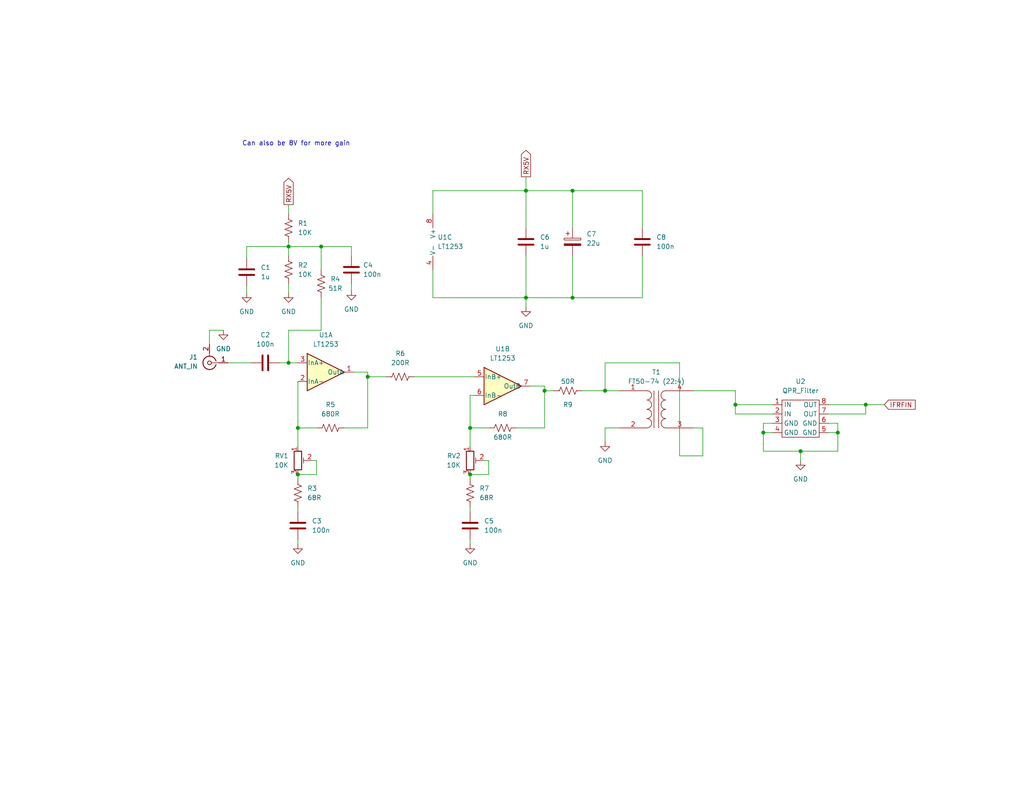
<source format=kicad_sch>
(kicad_sch (version 20211123) (generator eeschema)

  (uuid 0a5c1e21-52a0-4f4a-abac-093582e37cdb)

  (paper "A")

  (title_block
    (title "Phoenix 612: RF AMP")
    (date "2022-08-31")
    (rev "0.1a")
    (company "DATER (Dave Peter)")
  )

  (lib_symbols
    (symbol "Connector:Conn_Coaxial" (pin_names (offset 1.016) hide) (in_bom yes) (on_board yes)
      (property "Reference" "J" (id 0) (at 0.254 3.048 0)
        (effects (font (size 1.27 1.27)))
      )
      (property "Value" "Conn_Coaxial" (id 1) (at 2.921 0 90)
        (effects (font (size 1.27 1.27)))
      )
      (property "Footprint" "" (id 2) (at 0 0 0)
        (effects (font (size 1.27 1.27)) hide)
      )
      (property "Datasheet" " ~" (id 3) (at 0 0 0)
        (effects (font (size 1.27 1.27)) hide)
      )
      (property "ki_keywords" "BNC SMA SMB SMC LEMO coaxial connector CINCH RCA" (id 4) (at 0 0 0)
        (effects (font (size 1.27 1.27)) hide)
      )
      (property "ki_description" "coaxial connector (BNC, SMA, SMB, SMC, Cinch/RCA, LEMO, ...)" (id 5) (at 0 0 0)
        (effects (font (size 1.27 1.27)) hide)
      )
      (property "ki_fp_filters" "*BNC* *SMA* *SMB* *SMC* *Cinch* *LEMO*" (id 6) (at 0 0 0)
        (effects (font (size 1.27 1.27)) hide)
      )
      (symbol "Conn_Coaxial_0_1"
        (arc (start -1.778 -0.508) (mid 0.2311 -1.8066) (end 1.778 0)
          (stroke (width 0.254) (type default) (color 0 0 0 0))
          (fill (type none))
        )
        (polyline
          (pts
            (xy -2.54 0)
            (xy -0.508 0)
          )
          (stroke (width 0) (type default) (color 0 0 0 0))
          (fill (type none))
        )
        (polyline
          (pts
            (xy 0 -2.54)
            (xy 0 -1.778)
          )
          (stroke (width 0) (type default) (color 0 0 0 0))
          (fill (type none))
        )
        (circle (center 0 0) (radius 0.508)
          (stroke (width 0.2032) (type default) (color 0 0 0 0))
          (fill (type none))
        )
        (arc (start 1.778 0) (mid 0.2099 1.8101) (end -1.778 0.508)
          (stroke (width 0.254) (type default) (color 0 0 0 0))
          (fill (type none))
        )
      )
      (symbol "Conn_Coaxial_1_1"
        (pin passive line (at -5.08 0 0) (length 2.54)
          (name "In" (effects (font (size 1.27 1.27))))
          (number "1" (effects (font (size 1.27 1.27))))
        )
        (pin passive line (at 0 -5.08 90) (length 2.54)
          (name "Ext" (effects (font (size 1.27 1.27))))
          (number "2" (effects (font (size 1.27 1.27))))
        )
      )
    )
    (symbol "Custom_RF:LT1253" (pin_names (offset 0.127)) (in_bom yes) (on_board yes)
      (property "Reference" "U" (id 0) (at 2.54 6.35 0)
        (effects (font (size 1.27 1.27)) (justify left))
      )
      (property "Value" "LT1253" (id 1) (at 1.27 -6.35 0)
        (effects (font (size 1.27 1.27)) (justify left))
      )
      (property "Footprint" "" (id 2) (at 0 0 0)
        (effects (font (size 1.27 1.27)) hide)
      )
      (property "Datasheet" "https://www.analog.com/media/en/technical-documentation/data-sheets/lt1253.pdf" (id 3) (at 1.27 -22.86 0)
        (effects (font (size 1.27 1.27)) hide)
      )
      (property "ki_locked" "" (id 4) (at 0 0 0)
        (effects (font (size 1.27 1.27)))
      )
      (property "ki_keywords" "dual opamp" (id 5) (at 0 0 0)
        (effects (font (size 1.27 1.27)) hide)
      )
      (property "ki_description" "Dual Video Operational Amplifiers, DIP-8/SOIC-8" (id 6) (at 0 0 0)
        (effects (font (size 1.27 1.27)) hide)
      )
      (property "ki_fp_filters" "SOIC*3.9x4.9mm*P1.27mm* DIP-8*W7.62mm*" (id 7) (at 0 0 0)
        (effects (font (size 1.27 1.27)) hide)
      )
      (symbol "LT1253_1_1"
        (polyline
          (pts
            (xy -5.08 5.08)
            (xy 5.08 0)
            (xy -5.08 -5.08)
            (xy -5.08 5.08)
          )
          (stroke (width 0.254) (type default) (color 0 0 0 0))
          (fill (type background))
        )
        (pin output line (at 7.62 0 180) (length 2.54)
          (name "OutA" (effects (font (size 1.27 1.27))))
          (number "1" (effects (font (size 1.27 1.27))))
        )
        (pin input line (at -7.62 -2.54 0) (length 2.54)
          (name "InA-" (effects (font (size 1.27 1.27))))
          (number "2" (effects (font (size 1.27 1.27))))
        )
        (pin input line (at -7.62 2.54 0) (length 2.54)
          (name "InA+" (effects (font (size 1.27 1.27))))
          (number "3" (effects (font (size 1.27 1.27))))
        )
      )
      (symbol "LT1253_2_1"
        (polyline
          (pts
            (xy -5.08 5.08)
            (xy 5.08 0)
            (xy -5.08 -5.08)
            (xy -5.08 5.08)
          )
          (stroke (width 0.254) (type default) (color 0 0 0 0))
          (fill (type background))
        )
        (pin input line (at -7.62 2.54 0) (length 2.54)
          (name "InB+" (effects (font (size 1.27 1.27))))
          (number "5" (effects (font (size 1.27 1.27))))
        )
        (pin input line (at -7.62 -2.54 0) (length 2.54)
          (name "InB-" (effects (font (size 1.27 1.27))))
          (number "6" (effects (font (size 1.27 1.27))))
        )
        (pin output line (at 7.62 0 180) (length 2.54)
          (name "OutB" (effects (font (size 1.27 1.27))))
          (number "7" (effects (font (size 1.27 1.27))))
        )
      )
      (symbol "LT1253_3_1"
        (pin power_in line (at -2.54 -7.62 90) (length 3.81)
          (name "V-" (effects (font (size 1.27 1.27))))
          (number "4" (effects (font (size 1.27 1.27))))
        )
        (pin power_in line (at -2.54 7.62 270) (length 3.81)
          (name "V+" (effects (font (size 1.27 1.27))))
          (number "8" (effects (font (size 1.27 1.27))))
        )
      )
    )
    (symbol "Custom_RF:QPR_Filter" (in_bom yes) (on_board yes)
      (property "Reference" "U" (id 0) (at 0 7.62 0)
        (effects (font (size 1.27 1.27)))
      )
      (property "Value" "QPR_Filter" (id 1) (at 0 -7.62 0)
        (effects (font (size 1.27 1.27)))
      )
      (property "Footprint" "Custom_RF:QRPLabs_Filter" (id 2) (at 1.27 -11.43 0)
        (effects (font (size 1.27 1.27)) hide)
      )
      (property "Datasheet" "https://www.qrp-labs.com/lpfkit.html" (id 3) (at 2.54 -15.24 0)
        (effects (font (size 1.27 1.27)) hide)
      )
      (symbol "QPR_Filter_0_1"
        (rectangle (start -5.08 5.08) (end 5.08 -5.08)
          (stroke (width 0) (type default) (color 0 0 0 0))
          (fill (type none))
        )
      )
      (symbol "QPR_Filter_1_1"
        (pin bidirectional line (at -7.62 3.81 0) (length 2.54)
          (name "IN" (effects (font (size 1.27 1.27))))
          (number "1" (effects (font (size 1.27 1.27))))
        )
        (pin bidirectional line (at -7.62 1.27 0) (length 2.54)
          (name "IN" (effects (font (size 1.27 1.27))))
          (number "2" (effects (font (size 1.27 1.27))))
        )
        (pin power_in line (at -7.62 -1.27 0) (length 2.54)
          (name "GND" (effects (font (size 1.27 1.27))))
          (number "3" (effects (font (size 1.27 1.27))))
        )
        (pin power_in line (at -7.62 -3.81 0) (length 2.54)
          (name "GND" (effects (font (size 1.27 1.27))))
          (number "4" (effects (font (size 1.27 1.27))))
        )
        (pin power_in line (at 7.62 -3.81 180) (length 2.54)
          (name "GND" (effects (font (size 1.27 1.27))))
          (number "5" (effects (font (size 1.27 1.27))))
        )
        (pin power_in line (at 7.62 -1.27 180) (length 2.54)
          (name "GND" (effects (font (size 1.27 1.27))))
          (number "6" (effects (font (size 1.27 1.27))))
        )
        (pin bidirectional line (at 7.62 1.27 180) (length 2.54)
          (name "OUT" (effects (font (size 1.27 1.27))))
          (number "7" (effects (font (size 1.27 1.27))))
        )
        (pin bidirectional line (at 7.62 3.81 180) (length 2.54)
          (name "OUT" (effects (font (size 1.27 1.27))))
          (number "8" (effects (font (size 1.27 1.27))))
        )
      )
    )
    (symbol "Device:C" (pin_numbers hide) (pin_names (offset 0.254)) (in_bom yes) (on_board yes)
      (property "Reference" "C" (id 0) (at 0.635 2.54 0)
        (effects (font (size 1.27 1.27)) (justify left))
      )
      (property "Value" "C" (id 1) (at 0.635 -2.54 0)
        (effects (font (size 1.27 1.27)) (justify left))
      )
      (property "Footprint" "" (id 2) (at 0.9652 -3.81 0)
        (effects (font (size 1.27 1.27)) hide)
      )
      (property "Datasheet" "~" (id 3) (at 0 0 0)
        (effects (font (size 1.27 1.27)) hide)
      )
      (property "ki_keywords" "cap capacitor" (id 4) (at 0 0 0)
        (effects (font (size 1.27 1.27)) hide)
      )
      (property "ki_description" "Unpolarized capacitor" (id 5) (at 0 0 0)
        (effects (font (size 1.27 1.27)) hide)
      )
      (property "ki_fp_filters" "C_*" (id 6) (at 0 0 0)
        (effects (font (size 1.27 1.27)) hide)
      )
      (symbol "C_0_1"
        (polyline
          (pts
            (xy -2.032 -0.762)
            (xy 2.032 -0.762)
          )
          (stroke (width 0.508) (type default) (color 0 0 0 0))
          (fill (type none))
        )
        (polyline
          (pts
            (xy -2.032 0.762)
            (xy 2.032 0.762)
          )
          (stroke (width 0.508) (type default) (color 0 0 0 0))
          (fill (type none))
        )
      )
      (symbol "C_1_1"
        (pin passive line (at 0 3.81 270) (length 2.794)
          (name "~" (effects (font (size 1.27 1.27))))
          (number "1" (effects (font (size 1.27 1.27))))
        )
        (pin passive line (at 0 -3.81 90) (length 2.794)
          (name "~" (effects (font (size 1.27 1.27))))
          (number "2" (effects (font (size 1.27 1.27))))
        )
      )
    )
    (symbol "Device:C_Polarized" (pin_numbers hide) (pin_names (offset 0.254)) (in_bom yes) (on_board yes)
      (property "Reference" "C" (id 0) (at 0.635 2.54 0)
        (effects (font (size 1.27 1.27)) (justify left))
      )
      (property "Value" "C_Polarized" (id 1) (at 0.635 -2.54 0)
        (effects (font (size 1.27 1.27)) (justify left))
      )
      (property "Footprint" "" (id 2) (at 0.9652 -3.81 0)
        (effects (font (size 1.27 1.27)) hide)
      )
      (property "Datasheet" "~" (id 3) (at 0 0 0)
        (effects (font (size 1.27 1.27)) hide)
      )
      (property "ki_keywords" "cap capacitor" (id 4) (at 0 0 0)
        (effects (font (size 1.27 1.27)) hide)
      )
      (property "ki_description" "Polarized capacitor" (id 5) (at 0 0 0)
        (effects (font (size 1.27 1.27)) hide)
      )
      (property "ki_fp_filters" "CP_*" (id 6) (at 0 0 0)
        (effects (font (size 1.27 1.27)) hide)
      )
      (symbol "C_Polarized_0_1"
        (rectangle (start -2.286 0.508) (end 2.286 1.016)
          (stroke (width 0) (type default) (color 0 0 0 0))
          (fill (type none))
        )
        (polyline
          (pts
            (xy -1.778 2.286)
            (xy -0.762 2.286)
          )
          (stroke (width 0) (type default) (color 0 0 0 0))
          (fill (type none))
        )
        (polyline
          (pts
            (xy -1.27 2.794)
            (xy -1.27 1.778)
          )
          (stroke (width 0) (type default) (color 0 0 0 0))
          (fill (type none))
        )
        (rectangle (start 2.286 -0.508) (end -2.286 -1.016)
          (stroke (width 0) (type default) (color 0 0 0 0))
          (fill (type outline))
        )
      )
      (symbol "C_Polarized_1_1"
        (pin passive line (at 0 3.81 270) (length 2.794)
          (name "~" (effects (font (size 1.27 1.27))))
          (number "1" (effects (font (size 1.27 1.27))))
        )
        (pin passive line (at 0 -3.81 90) (length 2.794)
          (name "~" (effects (font (size 1.27 1.27))))
          (number "2" (effects (font (size 1.27 1.27))))
        )
      )
    )
    (symbol "Device:R_Potentiometer_Trim" (pin_names (offset 1.016) hide) (in_bom yes) (on_board yes)
      (property "Reference" "RV" (id 0) (at -4.445 0 90)
        (effects (font (size 1.27 1.27)))
      )
      (property "Value" "R_Potentiometer_Trim" (id 1) (at -2.54 0 90)
        (effects (font (size 1.27 1.27)))
      )
      (property "Footprint" "" (id 2) (at 0 0 0)
        (effects (font (size 1.27 1.27)) hide)
      )
      (property "Datasheet" "~" (id 3) (at 0 0 0)
        (effects (font (size 1.27 1.27)) hide)
      )
      (property "ki_keywords" "resistor variable trimpot trimmer" (id 4) (at 0 0 0)
        (effects (font (size 1.27 1.27)) hide)
      )
      (property "ki_description" "Trim-potentiometer" (id 5) (at 0 0 0)
        (effects (font (size 1.27 1.27)) hide)
      )
      (property "ki_fp_filters" "Potentiometer*" (id 6) (at 0 0 0)
        (effects (font (size 1.27 1.27)) hide)
      )
      (symbol "R_Potentiometer_Trim_0_1"
        (polyline
          (pts
            (xy 1.524 0.762)
            (xy 1.524 -0.762)
          )
          (stroke (width 0) (type default) (color 0 0 0 0))
          (fill (type none))
        )
        (polyline
          (pts
            (xy 2.54 0)
            (xy 1.524 0)
          )
          (stroke (width 0) (type default) (color 0 0 0 0))
          (fill (type none))
        )
        (rectangle (start 1.016 2.54) (end -1.016 -2.54)
          (stroke (width 0.254) (type default) (color 0 0 0 0))
          (fill (type none))
        )
      )
      (symbol "R_Potentiometer_Trim_1_1"
        (pin passive line (at 0 3.81 270) (length 1.27)
          (name "1" (effects (font (size 1.27 1.27))))
          (number "1" (effects (font (size 1.27 1.27))))
        )
        (pin passive line (at 3.81 0 180) (length 1.27)
          (name "2" (effects (font (size 1.27 1.27))))
          (number "2" (effects (font (size 1.27 1.27))))
        )
        (pin passive line (at 0 -3.81 90) (length 1.27)
          (name "3" (effects (font (size 1.27 1.27))))
          (number "3" (effects (font (size 1.27 1.27))))
        )
      )
    )
    (symbol "Device:R_US" (pin_numbers hide) (pin_names (offset 0)) (in_bom yes) (on_board yes)
      (property "Reference" "R" (id 0) (at 2.54 0 90)
        (effects (font (size 1.27 1.27)))
      )
      (property "Value" "R_US" (id 1) (at -2.54 0 90)
        (effects (font (size 1.27 1.27)))
      )
      (property "Footprint" "" (id 2) (at 1.016 -0.254 90)
        (effects (font (size 1.27 1.27)) hide)
      )
      (property "Datasheet" "~" (id 3) (at 0 0 0)
        (effects (font (size 1.27 1.27)) hide)
      )
      (property "ki_keywords" "R res resistor" (id 4) (at 0 0 0)
        (effects (font (size 1.27 1.27)) hide)
      )
      (property "ki_description" "Resistor, US symbol" (id 5) (at 0 0 0)
        (effects (font (size 1.27 1.27)) hide)
      )
      (property "ki_fp_filters" "R_*" (id 6) (at 0 0 0)
        (effects (font (size 1.27 1.27)) hide)
      )
      (symbol "R_US_0_1"
        (polyline
          (pts
            (xy 0 -2.286)
            (xy 0 -2.54)
          )
          (stroke (width 0) (type default) (color 0 0 0 0))
          (fill (type none))
        )
        (polyline
          (pts
            (xy 0 2.286)
            (xy 0 2.54)
          )
          (stroke (width 0) (type default) (color 0 0 0 0))
          (fill (type none))
        )
        (polyline
          (pts
            (xy 0 -0.762)
            (xy 1.016 -1.143)
            (xy 0 -1.524)
            (xy -1.016 -1.905)
            (xy 0 -2.286)
          )
          (stroke (width 0) (type default) (color 0 0 0 0))
          (fill (type none))
        )
        (polyline
          (pts
            (xy 0 0.762)
            (xy 1.016 0.381)
            (xy 0 0)
            (xy -1.016 -0.381)
            (xy 0 -0.762)
          )
          (stroke (width 0) (type default) (color 0 0 0 0))
          (fill (type none))
        )
        (polyline
          (pts
            (xy 0 2.286)
            (xy 1.016 1.905)
            (xy 0 1.524)
            (xy -1.016 1.143)
            (xy 0 0.762)
          )
          (stroke (width 0) (type default) (color 0 0 0 0))
          (fill (type none))
        )
      )
      (symbol "R_US_1_1"
        (pin passive line (at 0 3.81 270) (length 1.27)
          (name "~" (effects (font (size 1.27 1.27))))
          (number "1" (effects (font (size 1.27 1.27))))
        )
        (pin passive line (at 0 -3.81 90) (length 1.27)
          (name "~" (effects (font (size 1.27 1.27))))
          (number "2" (effects (font (size 1.27 1.27))))
        )
      )
    )
    (symbol "Device:Transformer_1P_1S" (pin_names (offset 1.016) hide) (in_bom yes) (on_board yes)
      (property "Reference" "T" (id 0) (at 0 6.35 0)
        (effects (font (size 1.27 1.27)))
      )
      (property "Value" "Transformer_1P_1S" (id 1) (at 0 -7.62 0)
        (effects (font (size 1.27 1.27)))
      )
      (property "Footprint" "" (id 2) (at 0 0 0)
        (effects (font (size 1.27 1.27)) hide)
      )
      (property "Datasheet" "~" (id 3) (at 0 0 0)
        (effects (font (size 1.27 1.27)) hide)
      )
      (property "ki_keywords" "transformer coil magnet" (id 4) (at 0 0 0)
        (effects (font (size 1.27 1.27)) hide)
      )
      (property "ki_description" "Transformer, single primary, single secondary" (id 5) (at 0 0 0)
        (effects (font (size 1.27 1.27)) hide)
      )
      (symbol "Transformer_1P_1S_0_1"
        (arc (start -2.54 -5.0546) (mid -1.6599 -4.6901) (end -1.27 -3.81)
          (stroke (width 0) (type default) (color 0 0 0 0))
          (fill (type none))
        )
        (arc (start -2.54 -2.5146) (mid -1.6599 -2.1501) (end -1.27 -1.27)
          (stroke (width 0) (type default) (color 0 0 0 0))
          (fill (type none))
        )
        (arc (start -2.54 0.0254) (mid -1.6599 0.3899) (end -1.27 1.27)
          (stroke (width 0) (type default) (color 0 0 0 0))
          (fill (type none))
        )
        (arc (start -2.54 2.5654) (mid -1.6599 2.9299) (end -1.27 3.81)
          (stroke (width 0) (type default) (color 0 0 0 0))
          (fill (type none))
        )
        (arc (start -1.27 -3.81) (mid -1.642 -2.912) (end -2.54 -2.54)
          (stroke (width 0) (type default) (color 0 0 0 0))
          (fill (type none))
        )
        (arc (start -1.27 -1.27) (mid -1.642 -0.372) (end -2.54 0)
          (stroke (width 0) (type default) (color 0 0 0 0))
          (fill (type none))
        )
        (arc (start -1.27 1.27) (mid -1.642 2.168) (end -2.54 2.54)
          (stroke (width 0) (type default) (color 0 0 0 0))
          (fill (type none))
        )
        (arc (start -1.27 3.81) (mid -1.642 4.708) (end -2.54 5.08)
          (stroke (width 0) (type default) (color 0 0 0 0))
          (fill (type none))
        )
        (polyline
          (pts
            (xy -0.635 5.08)
            (xy -0.635 -5.08)
          )
          (stroke (width 0) (type default) (color 0 0 0 0))
          (fill (type none))
        )
        (polyline
          (pts
            (xy 0.635 -5.08)
            (xy 0.635 5.08)
          )
          (stroke (width 0) (type default) (color 0 0 0 0))
          (fill (type none))
        )
        (arc (start 1.2954 -1.27) (mid 1.6599 -2.1501) (end 2.54 -2.5146)
          (stroke (width 0) (type default) (color 0 0 0 0))
          (fill (type none))
        )
        (arc (start 1.2954 1.27) (mid 1.6599 0.3899) (end 2.54 0.0254)
          (stroke (width 0) (type default) (color 0 0 0 0))
          (fill (type none))
        )
        (arc (start 1.2954 3.81) (mid 1.6599 2.9299) (end 2.54 2.5654)
          (stroke (width 0) (type default) (color 0 0 0 0))
          (fill (type none))
        )
        (arc (start 1.3208 -3.81) (mid 1.6853 -4.6901) (end 2.5654 -5.0546)
          (stroke (width 0) (type default) (color 0 0 0 0))
          (fill (type none))
        )
        (arc (start 2.54 0) (mid 1.642 -0.372) (end 1.2954 -1.27)
          (stroke (width 0) (type default) (color 0 0 0 0))
          (fill (type none))
        )
        (arc (start 2.54 2.54) (mid 1.642 2.168) (end 1.2954 1.27)
          (stroke (width 0) (type default) (color 0 0 0 0))
          (fill (type none))
        )
        (arc (start 2.54 5.08) (mid 1.642 4.708) (end 1.2954 3.81)
          (stroke (width 0) (type default) (color 0 0 0 0))
          (fill (type none))
        )
        (arc (start 2.5654 -2.54) (mid 1.6674 -2.912) (end 1.3208 -3.81)
          (stroke (width 0) (type default) (color 0 0 0 0))
          (fill (type none))
        )
      )
      (symbol "Transformer_1P_1S_1_1"
        (pin passive line (at -10.16 5.08 0) (length 7.62)
          (name "AA" (effects (font (size 1.27 1.27))))
          (number "1" (effects (font (size 1.27 1.27))))
        )
        (pin passive line (at -10.16 -5.08 0) (length 7.62)
          (name "AB" (effects (font (size 1.27 1.27))))
          (number "2" (effects (font (size 1.27 1.27))))
        )
        (pin passive line (at 10.16 -5.08 180) (length 7.62)
          (name "SA" (effects (font (size 1.27 1.27))))
          (number "3" (effects (font (size 1.27 1.27))))
        )
        (pin passive line (at 10.16 5.08 180) (length 7.62)
          (name "SB" (effects (font (size 1.27 1.27))))
          (number "4" (effects (font (size 1.27 1.27))))
        )
      )
    )
    (symbol "power:GND" (power) (pin_names (offset 0)) (in_bom yes) (on_board yes)
      (property "Reference" "#PWR" (id 0) (at 0 -6.35 0)
        (effects (font (size 1.27 1.27)) hide)
      )
      (property "Value" "GND" (id 1) (at 0 -3.81 0)
        (effects (font (size 1.27 1.27)))
      )
      (property "Footprint" "" (id 2) (at 0 0 0)
        (effects (font (size 1.27 1.27)) hide)
      )
      (property "Datasheet" "" (id 3) (at 0 0 0)
        (effects (font (size 1.27 1.27)) hide)
      )
      (property "ki_keywords" "power-flag" (id 4) (at 0 0 0)
        (effects (font (size 1.27 1.27)) hide)
      )
      (property "ki_description" "Power symbol creates a global label with name \"GND\" , ground" (id 5) (at 0 0 0)
        (effects (font (size 1.27 1.27)) hide)
      )
      (symbol "GND_0_1"
        (polyline
          (pts
            (xy 0 0)
            (xy 0 -1.27)
            (xy 1.27 -1.27)
            (xy 0 -2.54)
            (xy -1.27 -1.27)
            (xy 0 -1.27)
          )
          (stroke (width 0) (type default) (color 0 0 0 0))
          (fill (type none))
        )
      )
      (symbol "GND_1_1"
        (pin power_in line (at 0 0 270) (length 0) hide
          (name "GND" (effects (font (size 1.27 1.27))))
          (number "1" (effects (font (size 1.27 1.27))))
        )
      )
    )
  )

  (junction (at 143.51 81.28) (diameter 0) (color 0 0 0 0)
    (uuid 18afe32b-c70c-4541-907d-f7fc5e7fce3e)
  )
  (junction (at 156.21 81.28) (diameter 0) (color 0 0 0 0)
    (uuid 1ccfedb1-0d93-4b83-9627-464c4079ba57)
  )
  (junction (at 78.74 99.06) (diameter 0) (color 0 0 0 0)
    (uuid 21ff2865-667a-4761-8340-3d58b8c1a5fa)
  )
  (junction (at 218.44 123.19) (diameter 0) (color 0 0 0 0)
    (uuid 243899a5-2ce5-4801-8c2b-93dbd7f7abb9)
  )
  (junction (at 200.66 110.49) (diameter 0) (color 0 0 0 0)
    (uuid 35ad55e4-23a9-4f3b-bb48-ca84d2aee868)
  )
  (junction (at 128.27 116.84) (diameter 0) (color 0 0 0 0)
    (uuid 4c07407b-df23-4403-a485-85cc9a10894d)
  )
  (junction (at 81.28 116.84) (diameter 0) (color 0 0 0 0)
    (uuid 560c2f25-4685-4549-99ab-1cc43d396052)
  )
  (junction (at 156.21 52.07) (diameter 0) (color 0 0 0 0)
    (uuid 60aee95e-f364-4945-8f1b-cbbd3762340f)
  )
  (junction (at 143.51 52.07) (diameter 0) (color 0 0 0 0)
    (uuid 65d0bbd4-b7f4-469f-9d21-e9988060ef5e)
  )
  (junction (at 81.28 129.54) (diameter 0) (color 0 0 0 0)
    (uuid 71278c4d-a565-4126-b092-a8ed70a603bf)
  )
  (junction (at 78.74 67.31) (diameter 0) (color 0 0 0 0)
    (uuid 7a10e63f-cec2-4a19-8605-ffc0272fd978)
  )
  (junction (at 87.63 67.31) (diameter 0) (color 0 0 0 0)
    (uuid 856eca71-a84c-4d8c-86b0-49ceac299e8b)
  )
  (junction (at 128.27 129.54) (diameter 0) (color 0 0 0 0)
    (uuid 9e0b42fb-2274-476a-82d6-3dcf1b4ac217)
  )
  (junction (at 208.28 118.11) (diameter 0) (color 0 0 0 0)
    (uuid a47dfe98-f16d-4804-a93f-fe06f8b27784)
  )
  (junction (at 148.59 106.68) (diameter 0) (color 0 0 0 0)
    (uuid b163fc22-c873-468c-aecf-56c002677d81)
  )
  (junction (at 165.1 106.68) (diameter 0) (color 0 0 0 0)
    (uuid b8c33a93-afde-44a0-8f87-b0623c64377e)
  )
  (junction (at 100.33 102.87) (diameter 0) (color 0 0 0 0)
    (uuid c4768c31-40ce-4b52-b079-8d0f831cd6d4)
  )
  (junction (at 228.6 118.11) (diameter 0) (color 0 0 0 0)
    (uuid e7ab9564-3738-4784-826f-eb829231b8f6)
  )
  (junction (at 236.22 110.49) (diameter 0) (color 0 0 0 0)
    (uuid e971e930-5ee4-40c4-bee2-956f654e2bbb)
  )

  (wire (pts (xy 200.66 113.03) (xy 210.82 113.03))
    (stroke (width 0) (type default) (color 0 0 0 0))
    (uuid 00b43f5a-e0e1-42b9-9f09-dfada80c8ecd)
  )
  (wire (pts (xy 185.42 99.06) (xy 185.42 124.46))
    (stroke (width 0) (type default) (color 0 0 0 0))
    (uuid 00bbaeec-e7a7-439f-9e2a-f1a8ed45039b)
  )
  (wire (pts (xy 118.11 81.28) (xy 143.51 81.28))
    (stroke (width 0) (type default) (color 0 0 0 0))
    (uuid 02f071ea-7052-4086-b552-6e42f0b86c46)
  )
  (wire (pts (xy 128.27 116.84) (xy 128.27 121.92))
    (stroke (width 0) (type default) (color 0 0 0 0))
    (uuid 03820ac2-f068-4278-ba73-56fb92aa951f)
  )
  (wire (pts (xy 226.06 113.03) (xy 236.22 113.03))
    (stroke (width 0) (type default) (color 0 0 0 0))
    (uuid 0fff52eb-a088-4682-9faa-f8abf3e20312)
  )
  (wire (pts (xy 95.885 67.31) (xy 95.885 69.85))
    (stroke (width 0) (type default) (color 0 0 0 0))
    (uuid 1acc99a3-ce53-4d50-b92f-0d8260750734)
  )
  (wire (pts (xy 60.96 90.17) (xy 57.15 90.17))
    (stroke (width 0) (type default) (color 0 0 0 0))
    (uuid 21b5ca7d-b110-45fe-888d-c8768cf544fa)
  )
  (wire (pts (xy 156.21 69.85) (xy 156.21 81.28))
    (stroke (width 0) (type default) (color 0 0 0 0))
    (uuid 2383ecd6-c9f4-482a-8e3f-3afa77be4ef1)
  )
  (wire (pts (xy 57.15 90.17) (xy 57.15 93.98))
    (stroke (width 0) (type default) (color 0 0 0 0))
    (uuid 25cade00-bf94-4b51-ba0a-30524f8a03ea)
  )
  (wire (pts (xy 128.27 138.43) (xy 128.27 139.7))
    (stroke (width 0) (type default) (color 0 0 0 0))
    (uuid 26a2bae5-09a4-46f7-8236-8b46c70ea9d6)
  )
  (wire (pts (xy 129.54 107.95) (xy 128.27 107.95))
    (stroke (width 0) (type default) (color 0 0 0 0))
    (uuid 28228707-7779-4375-931b-9a1b08506b66)
  )
  (wire (pts (xy 78.74 77.47) (xy 78.74 80.01))
    (stroke (width 0) (type default) (color 0 0 0 0))
    (uuid 3269ffe9-1fde-4b69-8725-3b5b42262dd8)
  )
  (wire (pts (xy 93.98 116.84) (xy 100.33 116.84))
    (stroke (width 0) (type default) (color 0 0 0 0))
    (uuid 32d0d537-72ac-4c30-bd28-70eac661a849)
  )
  (wire (pts (xy 168.91 116.84) (xy 165.1 116.84))
    (stroke (width 0) (type default) (color 0 0 0 0))
    (uuid 33226b39-4002-4a10-8242-3a758e490479)
  )
  (wire (pts (xy 236.22 110.49) (xy 236.22 113.03))
    (stroke (width 0) (type default) (color 0 0 0 0))
    (uuid 36a18351-b80b-4c7b-b683-2f63cc6d553b)
  )
  (wire (pts (xy 96.52 101.6) (xy 100.33 101.6))
    (stroke (width 0) (type default) (color 0 0 0 0))
    (uuid 39c1a3b4-3e90-4142-b4df-4e59d2bb6372)
  )
  (wire (pts (xy 78.74 99.06) (xy 81.28 99.06))
    (stroke (width 0) (type default) (color 0 0 0 0))
    (uuid 3ae9f7fb-5c3b-444e-bb17-c664f27172d8)
  )
  (wire (pts (xy 156.21 81.28) (xy 175.26 81.28))
    (stroke (width 0) (type default) (color 0 0 0 0))
    (uuid 3bdc916d-e28f-4284-b930-78e2f5296614)
  )
  (wire (pts (xy 143.51 48.26) (xy 143.51 52.07))
    (stroke (width 0) (type default) (color 0 0 0 0))
    (uuid 445fd18d-4bcd-44c1-a5ac-84e655a3f06a)
  )
  (wire (pts (xy 95.885 79.375) (xy 95.885 77.47))
    (stroke (width 0) (type default) (color 0 0 0 0))
    (uuid 45df48eb-4166-46e5-9881-5414bf78b9c9)
  )
  (wire (pts (xy 86.36 125.73) (xy 86.36 129.54))
    (stroke (width 0) (type default) (color 0 0 0 0))
    (uuid 4a6c63e3-cafb-4ac1-8c2e-3b6ac5335ece)
  )
  (wire (pts (xy 78.74 66.04) (xy 78.74 67.31))
    (stroke (width 0) (type default) (color 0 0 0 0))
    (uuid 4c7dfa6c-b92a-4959-964b-334d57fda7eb)
  )
  (wire (pts (xy 143.51 52.07) (xy 156.21 52.07))
    (stroke (width 0) (type default) (color 0 0 0 0))
    (uuid 4d40c589-2d4f-41e5-b005-c2d56f6a3012)
  )
  (wire (pts (xy 165.1 99.06) (xy 185.42 99.06))
    (stroke (width 0) (type default) (color 0 0 0 0))
    (uuid 5191f6fe-04a9-4108-a54b-93ba07282251)
  )
  (wire (pts (xy 191.77 124.46) (xy 191.77 116.84))
    (stroke (width 0) (type default) (color 0 0 0 0))
    (uuid 51e46193-afe4-4956-8c80-22b7f2a1aa52)
  )
  (wire (pts (xy 226.06 118.11) (xy 228.6 118.11))
    (stroke (width 0) (type default) (color 0 0 0 0))
    (uuid 53693f20-2c25-43b1-aa13-9886900533f0)
  )
  (wire (pts (xy 226.06 115.57) (xy 228.6 115.57))
    (stroke (width 0) (type default) (color 0 0 0 0))
    (uuid 53e996fe-cea9-4940-b7f5-e11240cebe12)
  )
  (wire (pts (xy 81.28 138.43) (xy 81.28 139.7))
    (stroke (width 0) (type default) (color 0 0 0 0))
    (uuid 5501abb3-a6f7-4771-b9fe-aa48f0956577)
  )
  (wire (pts (xy 200.66 113.03) (xy 200.66 110.49))
    (stroke (width 0) (type default) (color 0 0 0 0))
    (uuid 55fc372b-6afb-4534-a19a-47777f731354)
  )
  (wire (pts (xy 87.63 90.17) (xy 78.74 90.17))
    (stroke (width 0) (type default) (color 0 0 0 0))
    (uuid 59c01ad2-8587-4b14-b667-c6a31da3e5d6)
  )
  (wire (pts (xy 78.74 67.31) (xy 87.63 67.31))
    (stroke (width 0) (type default) (color 0 0 0 0))
    (uuid 5c06b04d-cc05-4be2-9765-5c225f853726)
  )
  (wire (pts (xy 128.27 147.32) (xy 128.27 148.59))
    (stroke (width 0) (type default) (color 0 0 0 0))
    (uuid 5ccc0d67-31a3-43c6-a3c7-a305b6aaa258)
  )
  (wire (pts (xy 143.51 69.85) (xy 143.51 81.28))
    (stroke (width 0) (type default) (color 0 0 0 0))
    (uuid 64bb1fdc-71fb-4ec7-b69e-a155d2fb7856)
  )
  (wire (pts (xy 78.74 55.88) (xy 78.74 58.42))
    (stroke (width 0) (type default) (color 0 0 0 0))
    (uuid 6557d1b7-e1ce-4363-8b5b-298ff453c111)
  )
  (wire (pts (xy 191.77 116.84) (xy 189.23 116.84))
    (stroke (width 0) (type default) (color 0 0 0 0))
    (uuid 65861b0d-bd9b-4b6f-b4fa-91e803a9fe13)
  )
  (wire (pts (xy 143.51 81.28) (xy 156.21 81.28))
    (stroke (width 0) (type default) (color 0 0 0 0))
    (uuid 687cac91-7c4c-4ed2-a683-74547e598c76)
  )
  (wire (pts (xy 228.6 115.57) (xy 228.6 118.11))
    (stroke (width 0) (type default) (color 0 0 0 0))
    (uuid 75221534-fda2-459b-a978-5bf0cb8c4ae9)
  )
  (wire (pts (xy 175.26 52.07) (xy 175.26 62.23))
    (stroke (width 0) (type default) (color 0 0 0 0))
    (uuid 76d78a88-edc2-43b0-9cf1-844c8fa59e91)
  )
  (wire (pts (xy 148.59 106.68) (xy 151.13 106.68))
    (stroke (width 0) (type default) (color 0 0 0 0))
    (uuid 76e2228a-f8b9-4461-b9e5-881e8baa12ef)
  )
  (wire (pts (xy 144.78 105.41) (xy 148.59 105.41))
    (stroke (width 0) (type default) (color 0 0 0 0))
    (uuid 78ac3575-c855-4a26-989b-2f07f72d7928)
  )
  (wire (pts (xy 143.51 81.28) (xy 143.51 83.82))
    (stroke (width 0) (type default) (color 0 0 0 0))
    (uuid 79162691-e08a-4f3b-afdf-9733510d72a5)
  )
  (wire (pts (xy 87.63 81.28) (xy 87.63 90.17))
    (stroke (width 0) (type default) (color 0 0 0 0))
    (uuid 7939b516-628a-4914-a21a-f65c2473ba71)
  )
  (wire (pts (xy 100.33 102.87) (xy 100.33 116.84))
    (stroke (width 0) (type default) (color 0 0 0 0))
    (uuid 7e264a4d-0e74-4c4b-a9ad-3fd3b82d3429)
  )
  (wire (pts (xy 143.51 52.07) (xy 118.11 52.07))
    (stroke (width 0) (type default) (color 0 0 0 0))
    (uuid 832299f6-17a8-4be5-acf9-3d5b8773d42c)
  )
  (wire (pts (xy 118.11 73.66) (xy 118.11 81.28))
    (stroke (width 0) (type default) (color 0 0 0 0))
    (uuid 8358291d-93b3-47e2-8ef2-00400c19fbe3)
  )
  (wire (pts (xy 218.44 123.19) (xy 228.6 123.19))
    (stroke (width 0) (type default) (color 0 0 0 0))
    (uuid 84d98914-61e7-4ae2-b7de-d9dd7dd81c26)
  )
  (wire (pts (xy 95.885 67.31) (xy 87.63 67.31))
    (stroke (width 0) (type default) (color 0 0 0 0))
    (uuid 8c1c5245-bc97-4612-ac24-301e5502e157)
  )
  (wire (pts (xy 208.28 118.11) (xy 210.82 118.11))
    (stroke (width 0) (type default) (color 0 0 0 0))
    (uuid 8ea9c49d-190e-48ef-81bb-8a0fcc989d7c)
  )
  (wire (pts (xy 132.08 125.73) (xy 133.35 125.73))
    (stroke (width 0) (type default) (color 0 0 0 0))
    (uuid 902ffb7c-5fac-44d5-864a-04b02d708cca)
  )
  (wire (pts (xy 208.28 115.57) (xy 208.28 118.11))
    (stroke (width 0) (type default) (color 0 0 0 0))
    (uuid 933b10e5-5216-4f72-9145-b79178956cab)
  )
  (wire (pts (xy 78.74 67.31) (xy 78.74 69.85))
    (stroke (width 0) (type default) (color 0 0 0 0))
    (uuid 93e4a407-4e7a-4185-ab92-6c007f80d59a)
  )
  (wire (pts (xy 165.1 116.84) (xy 165.1 120.65))
    (stroke (width 0) (type default) (color 0 0 0 0))
    (uuid 942f5f4e-924c-447d-bd52-3d7ae68fc198)
  )
  (wire (pts (xy 128.27 129.54) (xy 133.35 129.54))
    (stroke (width 0) (type default) (color 0 0 0 0))
    (uuid 954ee3bf-00c9-4f56-80d9-8cd63abf218f)
  )
  (wire (pts (xy 85.09 125.73) (xy 86.36 125.73))
    (stroke (width 0) (type default) (color 0 0 0 0))
    (uuid 95879c0d-4aee-4819-8f3c-67252e48087f)
  )
  (wire (pts (xy 140.97 116.84) (xy 148.59 116.84))
    (stroke (width 0) (type default) (color 0 0 0 0))
    (uuid 9629ad3a-e56a-47bf-bf96-13d53bb2f650)
  )
  (wire (pts (xy 78.74 67.31) (xy 67.31 67.31))
    (stroke (width 0) (type default) (color 0 0 0 0))
    (uuid 9c9defa3-3956-4190-9668-080adf07c86f)
  )
  (wire (pts (xy 175.26 81.28) (xy 175.26 69.85))
    (stroke (width 0) (type default) (color 0 0 0 0))
    (uuid a12cc610-279a-453d-9e2d-05ce38289182)
  )
  (wire (pts (xy 100.33 102.87) (xy 105.41 102.87))
    (stroke (width 0) (type default) (color 0 0 0 0))
    (uuid a1b03fc1-d969-43cf-9a27-48b49c187c90)
  )
  (wire (pts (xy 165.1 106.68) (xy 165.1 99.06))
    (stroke (width 0) (type default) (color 0 0 0 0))
    (uuid a6d3dc23-51a5-417f-9c3a-669665ca5555)
  )
  (wire (pts (xy 148.59 106.68) (xy 148.59 116.84))
    (stroke (width 0) (type default) (color 0 0 0 0))
    (uuid a87dad9b-e437-4294-ad75-84146ce1cfd8)
  )
  (wire (pts (xy 143.51 52.07) (xy 143.51 62.23))
    (stroke (width 0) (type default) (color 0 0 0 0))
    (uuid ab03db0f-8c9a-4cb5-b239-fd078b4231a0)
  )
  (wire (pts (xy 81.28 147.32) (xy 81.28 148.59))
    (stroke (width 0) (type default) (color 0 0 0 0))
    (uuid ac61e836-d17c-43b2-b9a9-5e28eed83251)
  )
  (wire (pts (xy 208.28 118.11) (xy 208.28 123.19))
    (stroke (width 0) (type default) (color 0 0 0 0))
    (uuid aefa15eb-243d-4fa6-9701-612bdec7dd52)
  )
  (wire (pts (xy 165.1 106.68) (xy 168.91 106.68))
    (stroke (width 0) (type default) (color 0 0 0 0))
    (uuid b62b889d-892d-4912-a730-096167178861)
  )
  (wire (pts (xy 185.42 124.46) (xy 191.77 124.46))
    (stroke (width 0) (type default) (color 0 0 0 0))
    (uuid b64a7078-0e29-406c-a415-2ad868785e7f)
  )
  (wire (pts (xy 62.23 99.06) (xy 68.58 99.06))
    (stroke (width 0) (type default) (color 0 0 0 0))
    (uuid ba75cf2b-db00-4e74-9feb-4dd1bfd08a11)
  )
  (wire (pts (xy 128.27 116.84) (xy 133.35 116.84))
    (stroke (width 0) (type default) (color 0 0 0 0))
    (uuid c17317d4-d30b-4d9f-94ea-3b0a98ec7e14)
  )
  (wire (pts (xy 81.28 129.54) (xy 86.36 129.54))
    (stroke (width 0) (type default) (color 0 0 0 0))
    (uuid c3451a55-a569-40e6-9b60-e1e9407aeeb6)
  )
  (wire (pts (xy 81.28 104.14) (xy 81.28 116.84))
    (stroke (width 0) (type default) (color 0 0 0 0))
    (uuid c4086013-621c-46a0-9aed-071e53db077f)
  )
  (wire (pts (xy 156.21 52.07) (xy 156.21 62.23))
    (stroke (width 0) (type default) (color 0 0 0 0))
    (uuid c7e4b4bf-b69f-41cc-adb5-721e3fd6be95)
  )
  (wire (pts (xy 128.27 129.54) (xy 128.27 130.81))
    (stroke (width 0) (type default) (color 0 0 0 0))
    (uuid cb8070e1-919f-4e4d-bd67-0e978a27d055)
  )
  (wire (pts (xy 81.28 116.84) (xy 81.28 121.92))
    (stroke (width 0) (type default) (color 0 0 0 0))
    (uuid ccf97c6e-6877-4025-9d01-0dc313c5f334)
  )
  (wire (pts (xy 100.33 101.6) (xy 100.33 102.87))
    (stroke (width 0) (type default) (color 0 0 0 0))
    (uuid d6092c84-5b75-405b-b765-fa262e924699)
  )
  (wire (pts (xy 76.2 99.06) (xy 78.74 99.06))
    (stroke (width 0) (type default) (color 0 0 0 0))
    (uuid d822f3f8-daaf-45e6-9efa-8e3c7b2f2812)
  )
  (wire (pts (xy 148.59 105.41) (xy 148.59 106.68))
    (stroke (width 0) (type default) (color 0 0 0 0))
    (uuid dcc45124-a074-4c92-97a5-d33b901a688a)
  )
  (wire (pts (xy 218.44 123.19) (xy 218.44 125.73))
    (stroke (width 0) (type default) (color 0 0 0 0))
    (uuid de4c7780-4ca6-40a2-96f8-0d68d8a1078c)
  )
  (wire (pts (xy 81.28 129.54) (xy 81.28 130.81))
    (stroke (width 0) (type default) (color 0 0 0 0))
    (uuid dfa77c5b-c567-44f5-88c3-11243d0ca5da)
  )
  (wire (pts (xy 210.82 115.57) (xy 208.28 115.57))
    (stroke (width 0) (type default) (color 0 0 0 0))
    (uuid e17852bb-564f-4051-9c6f-343ea4e4d825)
  )
  (wire (pts (xy 128.27 107.95) (xy 128.27 116.84))
    (stroke (width 0) (type default) (color 0 0 0 0))
    (uuid e340b08f-3b47-4354-98cc-ff695338319e)
  )
  (wire (pts (xy 67.31 67.31) (xy 67.31 70.485))
    (stroke (width 0) (type default) (color 0 0 0 0))
    (uuid e36b1fe4-3a48-4505-95a3-82252aa09b44)
  )
  (wire (pts (xy 189.23 106.68) (xy 200.66 106.68))
    (stroke (width 0) (type default) (color 0 0 0 0))
    (uuid e545cad2-2c99-457c-96fe-259f8b24507a)
  )
  (wire (pts (xy 113.03 102.87) (xy 129.54 102.87))
    (stroke (width 0) (type default) (color 0 0 0 0))
    (uuid e557055e-eaab-4537-ac36-086242596e58)
  )
  (wire (pts (xy 200.66 106.68) (xy 200.66 110.49))
    (stroke (width 0) (type default) (color 0 0 0 0))
    (uuid e6da70a4-52ed-4e7a-895b-ca4083821785)
  )
  (wire (pts (xy 208.28 123.19) (xy 218.44 123.19))
    (stroke (width 0) (type default) (color 0 0 0 0))
    (uuid e838def5-29a7-4de4-8a4b-ca913079ca45)
  )
  (wire (pts (xy 67.31 80.01) (xy 67.31 78.105))
    (stroke (width 0) (type default) (color 0 0 0 0))
    (uuid e8456c10-a8fb-422a-b97e-05c0b3457338)
  )
  (wire (pts (xy 87.63 67.31) (xy 87.63 73.66))
    (stroke (width 0) (type default) (color 0 0 0 0))
    (uuid e9f0ca1b-623e-453a-9d92-c0bd63c255b1)
  )
  (wire (pts (xy 226.06 110.49) (xy 236.22 110.49))
    (stroke (width 0) (type default) (color 0 0 0 0))
    (uuid eaa816ea-74c0-4324-bad9-03a1fa90550e)
  )
  (wire (pts (xy 78.74 90.17) (xy 78.74 99.06))
    (stroke (width 0) (type default) (color 0 0 0 0))
    (uuid ead9bc27-589f-4e36-b66d-518f2eb45721)
  )
  (wire (pts (xy 133.35 125.73) (xy 133.35 129.54))
    (stroke (width 0) (type default) (color 0 0 0 0))
    (uuid eb325dc0-bca8-4660-b412-69725293cf10)
  )
  (wire (pts (xy 200.66 110.49) (xy 210.82 110.49))
    (stroke (width 0) (type default) (color 0 0 0 0))
    (uuid ee0042f3-0448-426f-ac1f-f037b1c64587)
  )
  (wire (pts (xy 228.6 123.19) (xy 228.6 118.11))
    (stroke (width 0) (type default) (color 0 0 0 0))
    (uuid f4dcb9a9-0d1b-44cc-9bbb-e983536acbeb)
  )
  (wire (pts (xy 158.75 106.68) (xy 165.1 106.68))
    (stroke (width 0) (type default) (color 0 0 0 0))
    (uuid f817f9cc-ee78-4a37-964a-09cfcd82217d)
  )
  (wire (pts (xy 118.11 52.07) (xy 118.11 58.42))
    (stroke (width 0) (type default) (color 0 0 0 0))
    (uuid fc01ce02-8228-492f-a6c9-17041ecdbd19)
  )
  (wire (pts (xy 81.28 116.84) (xy 86.36 116.84))
    (stroke (width 0) (type default) (color 0 0 0 0))
    (uuid fc96819b-31bf-43db-a0b4-f3ed567592c9)
  )
  (wire (pts (xy 156.21 52.07) (xy 175.26 52.07))
    (stroke (width 0) (type default) (color 0 0 0 0))
    (uuid fd786e31-db08-4524-9995-d621532ccd8f)
  )
  (wire (pts (xy 236.22 110.49) (xy 241.3 110.49))
    (stroke (width 0) (type default) (color 0 0 0 0))
    (uuid ff411469-15e4-4100-b1e0-3e262df9f3e3)
  )

  (text "Can also be 8V for more gain" (at 66.04 40.005 0)
    (effects (font (size 1.27 1.27)) (justify left bottom))
    (uuid f97110fc-0b5c-4028-89e0-2c6326a650fe)
  )

  (global_label "IFRFIN" (shape input) (at 241.3 110.49 0) (fields_autoplaced)
    (effects (font (size 1.27 1.27)) (justify left))
    (uuid 330fec79-c6e2-4917-9e3a-4c6c88def2a3)
    (property "Intersheet References" "${INTERSHEET_REFS}" (id 0) (at 249.7002 110.5694 0)
      (effects (font (size 1.27 1.27)) (justify left) hide)
    )
  )
  (global_label "RX5V" (shape output) (at 78.74 55.88 90) (fields_autoplaced)
    (effects (font (size 1.27 1.27)) (justify left))
    (uuid 67a75621-0a7b-4414-a171-3f28244919f8)
    (property "Intersheet References" "${INTERSHEET_REFS}" (id 0) (at 78.6606 48.6893 90)
      (effects (font (size 1.27 1.27)) (justify left) hide)
    )
  )
  (global_label "RX5V" (shape output) (at 143.51 48.26 90) (fields_autoplaced)
    (effects (font (size 1.27 1.27)) (justify left))
    (uuid a2e93df7-4a9c-471a-991a-fdd87f25f187)
    (property "Intersheet References" "${INTERSHEET_REFS}" (id 0) (at 143.4306 41.0693 90)
      (effects (font (size 1.27 1.27)) (justify left) hide)
    )
  )

  (symbol (lib_id "Device:C") (at 95.885 73.66 0) (unit 1)
    (in_bom yes) (on_board yes) (fields_autoplaced)
    (uuid 02e8b3ce-da44-407d-af72-a1027d918e42)
    (property "Reference" "C4" (id 0) (at 99.06 72.3899 0)
      (effects (font (size 1.27 1.27)) (justify left))
    )
    (property "Value" "100n" (id 1) (at 99.06 74.9299 0)
      (effects (font (size 1.27 1.27)) (justify left))
    )
    (property "Footprint" "Capacitor_THT:C_Disc_D3.4mm_W2.1mm_P2.50mm" (id 2) (at 96.8502 77.47 0)
      (effects (font (size 1.27 1.27)) hide)
    )
    (property "Datasheet" "~" (id 3) (at 95.885 73.66 0)
      (effects (font (size 1.27 1.27)) hide)
    )
    (pin "1" (uuid a965998f-5b33-408c-8164-87f8c56b1a09))
    (pin "2" (uuid fbeeec0e-8aef-49b8-a735-667fbf03a5cf))
  )

  (symbol (lib_id "Device:C") (at 143.51 66.04 0) (unit 1)
    (in_bom yes) (on_board yes) (fields_autoplaced)
    (uuid 0c9f0e84-c3db-485c-a06a-351786b5713d)
    (property "Reference" "C6" (id 0) (at 147.32 64.7699 0)
      (effects (font (size 1.27 1.27)) (justify left))
    )
    (property "Value" "1u" (id 1) (at 147.32 67.3099 0)
      (effects (font (size 1.27 1.27)) (justify left))
    )
    (property "Footprint" "Capacitor_THT:C_Disc_D3.4mm_W2.1mm_P2.50mm" (id 2) (at 144.4752 69.85 0)
      (effects (font (size 1.27 1.27)) hide)
    )
    (property "Datasheet" "~" (id 3) (at 143.51 66.04 0)
      (effects (font (size 1.27 1.27)) hide)
    )
    (pin "1" (uuid 941754d4-b387-48c9-8426-44ff70e94387))
    (pin "2" (uuid 97852397-70ce-42a5-a4a3-1807e17d684b))
  )

  (symbol (lib_id "power:GND") (at 165.1 120.65 0) (unit 1)
    (in_bom yes) (on_board yes) (fields_autoplaced)
    (uuid 18c6ec8f-5b31-46b9-a7d5-8e27498a309b)
    (property "Reference" "#PWR08" (id 0) (at 165.1 127 0)
      (effects (font (size 1.27 1.27)) hide)
    )
    (property "Value" "GND" (id 1) (at 165.1 125.73 0))
    (property "Footprint" "" (id 2) (at 165.1 120.65 0)
      (effects (font (size 1.27 1.27)) hide)
    )
    (property "Datasheet" "" (id 3) (at 165.1 120.65 0)
      (effects (font (size 1.27 1.27)) hide)
    )
    (pin "1" (uuid 2bbad116-8191-4250-b868-ba24f7361788))
  )

  (symbol (lib_id "power:GND") (at 218.44 125.73 0) (unit 1)
    (in_bom yes) (on_board yes) (fields_autoplaced)
    (uuid 190318c4-f1f6-47ef-a2e8-6b40fb9e6e41)
    (property "Reference" "#PWR09" (id 0) (at 218.44 132.08 0)
      (effects (font (size 1.27 1.27)) hide)
    )
    (property "Value" "GND" (id 1) (at 218.44 130.81 0))
    (property "Footprint" "" (id 2) (at 218.44 125.73 0)
      (effects (font (size 1.27 1.27)) hide)
    )
    (property "Datasheet" "" (id 3) (at 218.44 125.73 0)
      (effects (font (size 1.27 1.27)) hide)
    )
    (pin "1" (uuid 360ad37c-3664-4222-b4cd-0869b566571c))
  )

  (symbol (lib_id "Device:R_US") (at 87.63 77.47 180) (unit 1)
    (in_bom yes) (on_board yes)
    (uuid 1b6a777c-221a-4332-a2ab-6eaafb66b386)
    (property "Reference" "R4" (id 0) (at 90.17 76.2 0)
      (effects (font (size 1.27 1.27)) (justify right))
    )
    (property "Value" "51R" (id 1) (at 89.535 78.74 0)
      (effects (font (size 1.27 1.27)) (justify right))
    )
    (property "Footprint" "Resistor_THT:R_Axial_DIN0207_L6.3mm_D2.5mm_P10.16mm_Horizontal" (id 2) (at 86.614 77.216 90)
      (effects (font (size 1.27 1.27)) hide)
    )
    (property "Datasheet" "~" (id 3) (at 87.63 77.47 0)
      (effects (font (size 1.27 1.27)) hide)
    )
    (pin "1" (uuid d67cfd11-24aa-447b-9fee-fc82160f0039))
    (pin "2" (uuid 5e247d7a-f9ec-467e-bd5d-ee1872af6cf1))
  )

  (symbol (lib_id "Connector:Conn_Coaxial") (at 57.15 99.06 180) (unit 1)
    (in_bom yes) (on_board yes) (fields_autoplaced)
    (uuid 244fb2f1-af06-4240-899a-fc7117210ba7)
    (property "Reference" "J1" (id 0) (at 53.975 97.4967 0)
      (effects (font (size 1.27 1.27)) (justify left))
    )
    (property "Value" "ANT_IN" (id 1) (at 53.975 100.0367 0)
      (effects (font (size 1.27 1.27)) (justify left))
    )
    (property "Footprint" "Connector_Coaxial:SMA_Amphenol_901-144_Vertical" (id 2) (at 57.15 99.06 0)
      (effects (font (size 1.27 1.27)) hide)
    )
    (property "Datasheet" " ~" (id 3) (at 57.15 99.06 0)
      (effects (font (size 1.27 1.27)) hide)
    )
    (pin "1" (uuid 9f493666-041c-4de0-82a8-c47be2fa0bc0))
    (pin "2" (uuid 1d1419b1-451d-4311-b59c-2c91d0b84b1a))
  )

  (symbol (lib_id "Custom_RF:LT1253") (at 120.65 66.04 0) (unit 3)
    (in_bom yes) (on_board yes) (fields_autoplaced)
    (uuid 2542959a-80fc-4d16-b50a-a233353a55a2)
    (property "Reference" "U1" (id 0) (at 119.38 64.7699 0)
      (effects (font (size 1.27 1.27)) (justify left))
    )
    (property "Value" "LT1253" (id 1) (at 119.38 67.3099 0)
      (effects (font (size 1.27 1.27)) (justify left))
    )
    (property "Footprint" "Package_DIP:DIP-8_W7.62mm" (id 2) (at 120.65 66.04 0)
      (effects (font (size 1.27 1.27)) hide)
    )
    (property "Datasheet" "https://www.analog.com/media/en/technical-documentation/data-sheets/lt1253.pdf" (id 3) (at 121.92 88.9 0)
      (effects (font (size 1.27 1.27)) hide)
    )
    (pin "1" (uuid ff600cfa-2348-4480-86ba-dbf0db1f927c))
    (pin "2" (uuid 808c6dd1-3cfa-4b76-8087-07fb59bf058e))
    (pin "3" (uuid 3e230466-e288-4bdf-9121-ed99788faee5))
    (pin "5" (uuid 2f586d8c-2118-4909-a957-e629c4d8a57a))
    (pin "6" (uuid 6f99f0b9-91e2-4aee-9bfb-bada1d34cba3))
    (pin "7" (uuid 4e4b8122-f029-474e-9845-1d570b9c2122))
    (pin "4" (uuid a6e4ef47-19f2-4cd0-8299-ada933658da3))
    (pin "8" (uuid 5582da07-4a37-4ecd-b048-a9502b254b70))
  )

  (symbol (lib_id "Device:C") (at 175.26 66.04 0) (unit 1)
    (in_bom yes) (on_board yes) (fields_autoplaced)
    (uuid 280ecb6d-e15b-4081-8dc9-0017878ae67d)
    (property "Reference" "C8" (id 0) (at 179.07 64.7699 0)
      (effects (font (size 1.27 1.27)) (justify left))
    )
    (property "Value" "100n" (id 1) (at 179.07 67.3099 0)
      (effects (font (size 1.27 1.27)) (justify left))
    )
    (property "Footprint" "Capacitor_THT:C_Disc_D3.4mm_W2.1mm_P2.50mm" (id 2) (at 176.2252 69.85 0)
      (effects (font (size 1.27 1.27)) hide)
    )
    (property "Datasheet" "~" (id 3) (at 175.26 66.04 0)
      (effects (font (size 1.27 1.27)) hide)
    )
    (pin "1" (uuid 30cb70fd-6807-4293-a37e-a1b124ec565b))
    (pin "2" (uuid b590613b-250e-4f8a-b212-aaa810276666))
  )

  (symbol (lib_id "power:GND") (at 128.27 148.59 0) (unit 1)
    (in_bom yes) (on_board yes) (fields_autoplaced)
    (uuid 29de1d13-9598-47b8-a1aa-674e6fab044c)
    (property "Reference" "#PWR06" (id 0) (at 128.27 154.94 0)
      (effects (font (size 1.27 1.27)) hide)
    )
    (property "Value" "GND" (id 1) (at 128.27 153.67 0))
    (property "Footprint" "" (id 2) (at 128.27 148.59 0)
      (effects (font (size 1.27 1.27)) hide)
    )
    (property "Datasheet" "" (id 3) (at 128.27 148.59 0)
      (effects (font (size 1.27 1.27)) hide)
    )
    (pin "1" (uuid 6561f284-4e94-45de-9a4f-fbf574034381))
  )

  (symbol (lib_id "power:GND") (at 81.28 148.59 0) (unit 1)
    (in_bom yes) (on_board yes) (fields_autoplaced)
    (uuid 2aef67af-ce73-423c-90f3-25171a871ca9)
    (property "Reference" "#PWR04" (id 0) (at 81.28 154.94 0)
      (effects (font (size 1.27 1.27)) hide)
    )
    (property "Value" "GND" (id 1) (at 81.28 153.67 0))
    (property "Footprint" "" (id 2) (at 81.28 148.59 0)
      (effects (font (size 1.27 1.27)) hide)
    )
    (property "Datasheet" "" (id 3) (at 81.28 148.59 0)
      (effects (font (size 1.27 1.27)) hide)
    )
    (pin "1" (uuid 5ff1c000-3b81-44a1-a2f5-f4cf27e40d41))
  )

  (symbol (lib_id "Device:R_US") (at 90.17 116.84 90) (unit 1)
    (in_bom yes) (on_board yes) (fields_autoplaced)
    (uuid 30e3f2b2-7b18-4898-823e-45c1148816b7)
    (property "Reference" "R5" (id 0) (at 90.17 110.49 90))
    (property "Value" "680R" (id 1) (at 90.17 113.03 90))
    (property "Footprint" "Resistor_THT:R_Axial_DIN0207_L6.3mm_D2.5mm_P10.16mm_Horizontal" (id 2) (at 90.424 115.824 90)
      (effects (font (size 1.27 1.27)) hide)
    )
    (property "Datasheet" "~" (id 3) (at 90.17 116.84 0)
      (effects (font (size 1.27 1.27)) hide)
    )
    (pin "1" (uuid 11efa0de-09c3-4d94-9c55-14a36c597df9))
    (pin "2" (uuid d00d676f-fc2c-46a2-bc92-b48ceacf5d09))
  )

  (symbol (lib_id "Device:R_US") (at 128.27 134.62 0) (unit 1)
    (in_bom yes) (on_board yes) (fields_autoplaced)
    (uuid 3b324579-0870-494a-88c1-72871a5d9cd1)
    (property "Reference" "R7" (id 0) (at 130.81 133.3499 0)
      (effects (font (size 1.27 1.27)) (justify left))
    )
    (property "Value" "68R" (id 1) (at 130.81 135.8899 0)
      (effects (font (size 1.27 1.27)) (justify left))
    )
    (property "Footprint" "Resistor_THT:R_Axial_DIN0207_L6.3mm_D2.5mm_P10.16mm_Horizontal" (id 2) (at 129.286 134.874 90)
      (effects (font (size 1.27 1.27)) hide)
    )
    (property "Datasheet" "~" (id 3) (at 128.27 134.62 0)
      (effects (font (size 1.27 1.27)) hide)
    )
    (pin "1" (uuid 9f93e514-c89d-4cb7-85ea-d50be8a8f36b))
    (pin "2" (uuid 0d064fef-51e8-4717-9d1f-4f4e1315a9fe))
  )

  (symbol (lib_id "Device:R_US") (at 154.94 106.68 90) (unit 1)
    (in_bom yes) (on_board yes)
    (uuid 455048c4-ed2b-4521-ba1a-94f88d1b9482)
    (property "Reference" "R9" (id 0) (at 154.94 110.49 90))
    (property "Value" "50R" (id 1) (at 154.94 104.14 90))
    (property "Footprint" "Resistor_THT:R_Axial_DIN0207_L6.3mm_D2.5mm_P10.16mm_Horizontal" (id 2) (at 155.194 105.664 90)
      (effects (font (size 1.27 1.27)) hide)
    )
    (property "Datasheet" "~" (id 3) (at 154.94 106.68 0)
      (effects (font (size 1.27 1.27)) hide)
    )
    (pin "1" (uuid b71f444f-7509-47b1-9a8c-5b5be212339f))
    (pin "2" (uuid 36b63a11-e997-4c06-94ba-a66b2f2e396b))
  )

  (symbol (lib_id "Custom_RF:QPR_Filter") (at 218.44 114.3 0) (unit 1)
    (in_bom yes) (on_board yes) (fields_autoplaced)
    (uuid 4a9c61e8-ae50-4edd-a94c-4fd032aed3b9)
    (property "Reference" "U2" (id 0) (at 218.44 104.14 0))
    (property "Value" "QPR_Filter" (id 1) (at 218.44 106.68 0))
    (property "Footprint" "Custom_RF:QRPLabs_Filter_TH" (id 2) (at 219.71 125.73 0)
      (effects (font (size 1.27 1.27)) hide)
    )
    (property "Datasheet" "https://www.qrp-labs.com/lpfkit.html" (id 3) (at 220.98 129.54 0)
      (effects (font (size 1.27 1.27)) hide)
    )
    (pin "1" (uuid 18992bb2-a2a6-4973-a09b-6e805307c8ee))
    (pin "2" (uuid a18264bf-3a44-47c2-9b5f-957cbb8e4798))
    (pin "3" (uuid 74230863-109e-431f-98f1-f5e81d3d86ce))
    (pin "4" (uuid 4a6f99ad-0a07-438d-978f-6fc196bfc36f))
    (pin "5" (uuid 5efae1e2-5807-4a52-8e3f-e4a0abc13b03))
    (pin "6" (uuid a956ba71-22a1-47d0-8dcd-426723c3c4fc))
    (pin "7" (uuid efec0d63-7db9-4cb7-83d6-f8325d02999d))
    (pin "8" (uuid d9b9297f-5872-49d6-8c1b-7de894aff747))
  )

  (symbol (lib_id "Custom_RF:LT1253") (at 137.16 105.41 0) (unit 2)
    (in_bom yes) (on_board yes) (fields_autoplaced)
    (uuid 554062ec-a77b-4801-965d-3abb948dff56)
    (property "Reference" "U1" (id 0) (at 137.16 95.25 0))
    (property "Value" "LT1253" (id 1) (at 137.16 97.79 0))
    (property "Footprint" "Package_DIP:DIP-8_W7.62mm" (id 2) (at 137.16 105.41 0)
      (effects (font (size 1.27 1.27)) hide)
    )
    (property "Datasheet" "https://www.analog.com/media/en/technical-documentation/data-sheets/lt1253.pdf" (id 3) (at 138.43 128.27 0)
      (effects (font (size 1.27 1.27)) hide)
    )
    (pin "1" (uuid e1e3d915-4383-4541-a9e9-6d2db40124d1))
    (pin "2" (uuid 248bb4f3-81d5-4907-83fc-feac6cfba46e))
    (pin "3" (uuid 10b55b18-8568-4f3f-bc7e-53fa341a21d8))
    (pin "5" (uuid 63ca40b3-1bca-4678-9706-cfb53032467d))
    (pin "6" (uuid 352248b8-8b85-43dd-b494-bb902932e002))
    (pin "7" (uuid 7df84f75-41b5-4cbb-a66f-c9740a60b621))
    (pin "4" (uuid 6fc832e3-a13e-41c2-ab34-3d47cc506e89))
    (pin "8" (uuid 8c0d0fcd-953c-4d03-bc16-2eb943fb23f4))
  )

  (symbol (lib_id "Device:C") (at 128.27 143.51 0) (unit 1)
    (in_bom yes) (on_board yes) (fields_autoplaced)
    (uuid 5e5ebb3b-12b5-43b2-937e-173b53c21aa8)
    (property "Reference" "C5" (id 0) (at 132.08 142.2399 0)
      (effects (font (size 1.27 1.27)) (justify left))
    )
    (property "Value" "100n" (id 1) (at 132.08 144.7799 0)
      (effects (font (size 1.27 1.27)) (justify left))
    )
    (property "Footprint" "Capacitor_THT:C_Disc_D3.4mm_W2.1mm_P2.50mm" (id 2) (at 129.2352 147.32 0)
      (effects (font (size 1.27 1.27)) hide)
    )
    (property "Datasheet" "~" (id 3) (at 128.27 143.51 0)
      (effects (font (size 1.27 1.27)) hide)
    )
    (pin "1" (uuid f4d72429-cdbc-46c8-978f-a5604fae8f58))
    (pin "2" (uuid e5131cac-172b-4c99-9a1b-d1341a7bdda1))
  )

  (symbol (lib_id "Device:R_Potentiometer_Trim") (at 128.27 125.73 0) (unit 1)
    (in_bom yes) (on_board yes) (fields_autoplaced)
    (uuid 6786a57d-4e96-4860-b2e8-4e4c7ea8c848)
    (property "Reference" "RV2" (id 0) (at 125.73 124.4599 0)
      (effects (font (size 1.27 1.27)) (justify right))
    )
    (property "Value" "10K" (id 1) (at 125.73 126.9999 0)
      (effects (font (size 1.27 1.27)) (justify right))
    )
    (property "Footprint" "Potentiometer_THT:Potentiometer_Bourns_3296W_Vertical" (id 2) (at 128.27 125.73 0)
      (effects (font (size 1.27 1.27)) hide)
    )
    (property "Datasheet" "~" (id 3) (at 128.27 125.73 0)
      (effects (font (size 1.27 1.27)) hide)
    )
    (pin "1" (uuid 3e51bf25-200e-418b-860e-259348a8fb16))
    (pin "2" (uuid f1588b51-7be9-4e46-86d5-540f43442c87))
    (pin "3" (uuid ed00399b-b76f-418e-bf55-e1688aa09930))
  )

  (symbol (lib_id "Device:R_US") (at 78.74 73.66 0) (unit 1)
    (in_bom yes) (on_board yes) (fields_autoplaced)
    (uuid 6bf79f17-3cf8-4b8a-abdb-da7541a4b178)
    (property "Reference" "R2" (id 0) (at 81.28 72.3899 0)
      (effects (font (size 1.27 1.27)) (justify left))
    )
    (property "Value" "10K" (id 1) (at 81.28 74.9299 0)
      (effects (font (size 1.27 1.27)) (justify left))
    )
    (property "Footprint" "Resistor_THT:R_Axial_DIN0207_L6.3mm_D2.5mm_P10.16mm_Horizontal" (id 2) (at 79.756 73.914 90)
      (effects (font (size 1.27 1.27)) hide)
    )
    (property "Datasheet" "~" (id 3) (at 78.74 73.66 0)
      (effects (font (size 1.27 1.27)) hide)
    )
    (pin "1" (uuid 25ea731c-a4b6-4927-89f3-51950ca66736))
    (pin "2" (uuid 344491a4-d2d4-4223-8e84-122d04871d17))
  )

  (symbol (lib_id "power:GND") (at 78.74 80.01 0) (unit 1)
    (in_bom yes) (on_board yes) (fields_autoplaced)
    (uuid 7397d221-ecd4-4b96-849a-27f2709e43ac)
    (property "Reference" "#PWR03" (id 0) (at 78.74 86.36 0)
      (effects (font (size 1.27 1.27)) hide)
    )
    (property "Value" "GND" (id 1) (at 78.74 85.09 0))
    (property "Footprint" "" (id 2) (at 78.74 80.01 0)
      (effects (font (size 1.27 1.27)) hide)
    )
    (property "Datasheet" "" (id 3) (at 78.74 80.01 0)
      (effects (font (size 1.27 1.27)) hide)
    )
    (pin "1" (uuid 76b91c43-f82e-4cec-94fe-f1b1e35e29e8))
  )

  (symbol (lib_id "power:GND") (at 143.51 83.82 0) (unit 1)
    (in_bom yes) (on_board yes) (fields_autoplaced)
    (uuid 7c45ff96-d374-49f6-afef-77f4210a45ea)
    (property "Reference" "#PWR07" (id 0) (at 143.51 90.17 0)
      (effects (font (size 1.27 1.27)) hide)
    )
    (property "Value" "GND" (id 1) (at 143.51 88.9 0))
    (property "Footprint" "" (id 2) (at 143.51 83.82 0)
      (effects (font (size 1.27 1.27)) hide)
    )
    (property "Datasheet" "" (id 3) (at 143.51 83.82 0)
      (effects (font (size 1.27 1.27)) hide)
    )
    (pin "1" (uuid f46e32c5-50b6-4f8b-8a06-3217f2e03f61))
  )

  (symbol (lib_id "Device:C") (at 81.28 143.51 0) (unit 1)
    (in_bom yes) (on_board yes) (fields_autoplaced)
    (uuid 820025ee-cc83-4a94-8879-231894419f91)
    (property "Reference" "C3" (id 0) (at 85.09 142.2399 0)
      (effects (font (size 1.27 1.27)) (justify left))
    )
    (property "Value" "100n" (id 1) (at 85.09 144.7799 0)
      (effects (font (size 1.27 1.27)) (justify left))
    )
    (property "Footprint" "Capacitor_THT:C_Disc_D3.4mm_W2.1mm_P2.50mm" (id 2) (at 82.2452 147.32 0)
      (effects (font (size 1.27 1.27)) hide)
    )
    (property "Datasheet" "~" (id 3) (at 81.28 143.51 0)
      (effects (font (size 1.27 1.27)) hide)
    )
    (pin "1" (uuid b6313e85-9e7f-41ea-a5d2-7566cc674723))
    (pin "2" (uuid b5ae6e6d-3f96-4b72-be33-be16c92cef40))
  )

  (symbol (lib_id "power:GND") (at 60.96 90.17 0) (unit 1)
    (in_bom yes) (on_board yes) (fields_autoplaced)
    (uuid 850052a1-2b19-486b-826d-172e27a1663b)
    (property "Reference" "#PWR01" (id 0) (at 60.96 96.52 0)
      (effects (font (size 1.27 1.27)) hide)
    )
    (property "Value" "GND" (id 1) (at 60.96 95.25 0))
    (property "Footprint" "" (id 2) (at 60.96 90.17 0)
      (effects (font (size 1.27 1.27)) hide)
    )
    (property "Datasheet" "" (id 3) (at 60.96 90.17 0)
      (effects (font (size 1.27 1.27)) hide)
    )
    (pin "1" (uuid aed4ab91-2bc8-4c1d-921a-3ec986942180))
  )

  (symbol (lib_id "power:GND") (at 67.31 80.01 0) (unit 1)
    (in_bom yes) (on_board yes) (fields_autoplaced)
    (uuid 97d7491d-9920-4844-8f12-3551200b50f9)
    (property "Reference" "#PWR02" (id 0) (at 67.31 86.36 0)
      (effects (font (size 1.27 1.27)) hide)
    )
    (property "Value" "GND" (id 1) (at 67.31 85.09 0))
    (property "Footprint" "" (id 2) (at 67.31 80.01 0)
      (effects (font (size 1.27 1.27)) hide)
    )
    (property "Datasheet" "" (id 3) (at 67.31 80.01 0)
      (effects (font (size 1.27 1.27)) hide)
    )
    (pin "1" (uuid 00347298-b290-4ba8-acba-0dd662b060df))
  )

  (symbol (lib_id "Device:R_US") (at 78.74 62.23 0) (unit 1)
    (in_bom yes) (on_board yes) (fields_autoplaced)
    (uuid a2c42893-85a8-461d-8006-2043e30f0b65)
    (property "Reference" "R1" (id 0) (at 81.28 60.9599 0)
      (effects (font (size 1.27 1.27)) (justify left))
    )
    (property "Value" "10K" (id 1) (at 81.28 63.4999 0)
      (effects (font (size 1.27 1.27)) (justify left))
    )
    (property "Footprint" "Resistor_THT:R_Axial_DIN0207_L6.3mm_D2.5mm_P10.16mm_Horizontal" (id 2) (at 79.756 62.484 90)
      (effects (font (size 1.27 1.27)) hide)
    )
    (property "Datasheet" "~" (id 3) (at 78.74 62.23 0)
      (effects (font (size 1.27 1.27)) hide)
    )
    (pin "1" (uuid f01117e0-7e26-4c7f-a741-34b54b843ac1))
    (pin "2" (uuid 207a8811-89d7-4a45-8728-5a5be8e02ee5))
  )

  (symbol (lib_id "Device:R_US") (at 81.28 134.62 0) (unit 1)
    (in_bom yes) (on_board yes) (fields_autoplaced)
    (uuid a74f0edc-3d75-42d1-b976-312c41102736)
    (property "Reference" "R3" (id 0) (at 83.82 133.3499 0)
      (effects (font (size 1.27 1.27)) (justify left))
    )
    (property "Value" "68R" (id 1) (at 83.82 135.8899 0)
      (effects (font (size 1.27 1.27)) (justify left))
    )
    (property "Footprint" "Resistor_THT:R_Axial_DIN0207_L6.3mm_D2.5mm_P10.16mm_Horizontal" (id 2) (at 82.296 134.874 90)
      (effects (font (size 1.27 1.27)) hide)
    )
    (property "Datasheet" "~" (id 3) (at 81.28 134.62 0)
      (effects (font (size 1.27 1.27)) hide)
    )
    (pin "1" (uuid 764d032a-aa4d-45c0-aa41-130c7b25461e))
    (pin "2" (uuid a039fef9-1428-42bd-bfb4-b7f726d708c7))
  )

  (symbol (lib_id "Device:R_Potentiometer_Trim") (at 81.28 125.73 0) (unit 1)
    (in_bom yes) (on_board yes) (fields_autoplaced)
    (uuid bb00445e-fee4-4513-a100-7e56d2123b13)
    (property "Reference" "RV1" (id 0) (at 78.74 124.4599 0)
      (effects (font (size 1.27 1.27)) (justify right))
    )
    (property "Value" "10K" (id 1) (at 78.74 126.9999 0)
      (effects (font (size 1.27 1.27)) (justify right))
    )
    (property "Footprint" "Potentiometer_THT:Potentiometer_Bourns_3296W_Vertical" (id 2) (at 81.28 125.73 0)
      (effects (font (size 1.27 1.27)) hide)
    )
    (property "Datasheet" "~" (id 3) (at 81.28 125.73 0)
      (effects (font (size 1.27 1.27)) hide)
    )
    (pin "1" (uuid 621536bb-9f18-4dee-a24c-8406d54252c2))
    (pin "2" (uuid 3de67c34-ba9d-439f-b63a-9d87600e47d3))
    (pin "3" (uuid 917c28fd-1bb8-4935-8e44-07545308f00c))
  )

  (symbol (lib_id "Device:C") (at 72.39 99.06 90) (unit 1)
    (in_bom yes) (on_board yes) (fields_autoplaced)
    (uuid ce0b8583-ab11-4345-8f3d-b3774dacb731)
    (property "Reference" "C2" (id 0) (at 72.39 91.44 90))
    (property "Value" "100n" (id 1) (at 72.39 93.98 90))
    (property "Footprint" "Capacitor_THT:C_Disc_D3.4mm_W2.1mm_P2.50mm" (id 2) (at 76.2 98.0948 0)
      (effects (font (size 1.27 1.27)) hide)
    )
    (property "Datasheet" "~" (id 3) (at 72.39 99.06 0)
      (effects (font (size 1.27 1.27)) hide)
    )
    (pin "1" (uuid 8ff90061-623f-4d38-9423-704c46b58e48))
    (pin "2" (uuid 7bc1cf35-9f97-4acf-a6d6-8fe504e22429))
  )

  (symbol (lib_id "Device:R_US") (at 137.16 116.84 270) (unit 1)
    (in_bom yes) (on_board yes)
    (uuid d72c55b0-2056-4682-9f10-61d2a3a6bb3f)
    (property "Reference" "R8" (id 0) (at 137.16 113.03 90))
    (property "Value" "680R" (id 1) (at 137.16 119.38 90))
    (property "Footprint" "Resistor_THT:R_Axial_DIN0207_L6.3mm_D2.5mm_P10.16mm_Horizontal" (id 2) (at 136.906 117.856 90)
      (effects (font (size 1.27 1.27)) hide)
    )
    (property "Datasheet" "~" (id 3) (at 137.16 116.84 0)
      (effects (font (size 1.27 1.27)) hide)
    )
    (pin "1" (uuid 15e7b38c-9f42-4833-bcb2-e7d2cb80e51f))
    (pin "2" (uuid 05a18e51-c4d5-4d1d-ab55-cc79f63f58d9))
  )

  (symbol (lib_id "Device:R_US") (at 109.22 102.87 90) (unit 1)
    (in_bom yes) (on_board yes) (fields_autoplaced)
    (uuid d7542eb1-7bd8-4fb7-985b-e5431bee61d2)
    (property "Reference" "R6" (id 0) (at 109.22 96.52 90))
    (property "Value" "200R" (id 1) (at 109.22 99.06 90))
    (property "Footprint" "Resistor_THT:R_Axial_DIN0207_L6.3mm_D2.5mm_P10.16mm_Horizontal" (id 2) (at 109.474 101.854 90)
      (effects (font (size 1.27 1.27)) hide)
    )
    (property "Datasheet" "~" (id 3) (at 109.22 102.87 0)
      (effects (font (size 1.27 1.27)) hide)
    )
    (pin "1" (uuid d35eda77-2cc2-42df-96a5-5bd9eb4416ca))
    (pin "2" (uuid 0e597e43-0f92-43ab-98d8-276d24d489f5))
  )

  (symbol (lib_id "power:GND") (at 95.885 79.375 0) (unit 1)
    (in_bom yes) (on_board yes) (fields_autoplaced)
    (uuid d75a90ae-ed96-4fbe-996a-da4f16a54bf5)
    (property "Reference" "#PWR05" (id 0) (at 95.885 85.725 0)
      (effects (font (size 1.27 1.27)) hide)
    )
    (property "Value" "GND" (id 1) (at 95.885 84.455 0))
    (property "Footprint" "" (id 2) (at 95.885 79.375 0)
      (effects (font (size 1.27 1.27)) hide)
    )
    (property "Datasheet" "" (id 3) (at 95.885 79.375 0)
      (effects (font (size 1.27 1.27)) hide)
    )
    (pin "1" (uuid 65ed9cc6-d4a2-44d1-bda1-0d7807aa1bc6))
  )

  (symbol (lib_id "Device:Transformer_1P_1S") (at 179.07 111.76 0) (unit 1)
    (in_bom yes) (on_board yes) (fields_autoplaced)
    (uuid e5905380-3280-44aa-aadd-d228e849bcb0)
    (property "Reference" "T1" (id 0) (at 179.0827 101.6 0))
    (property "Value" "FT50-74 (22:4)" (id 1) (at 179.0827 104.14 0))
    (property "Footprint" "Transformer_THT:Transformer_Toroid_Horizontal_D14.0mm_Amidon-T50" (id 2) (at 179.07 111.76 0)
      (effects (font (size 1.27 1.27)) hide)
    )
    (property "Datasheet" "~" (id 3) (at 179.07 111.76 0)
      (effects (font (size 1.27 1.27)) hide)
    )
    (pin "1" (uuid 7d40f74b-53bf-4c74-b6f9-94eeefefdf2e))
    (pin "2" (uuid ffdb534e-8e13-4212-abe7-6505b0f7e50c))
    (pin "3" (uuid 15438efe-e1e9-4a68-bf31-4b0b75c7c0a3))
    (pin "4" (uuid 26cfdba7-af03-4bf3-9357-b271be793452))
  )

  (symbol (lib_id "Device:C") (at 67.31 74.295 0) (unit 1)
    (in_bom yes) (on_board yes) (fields_autoplaced)
    (uuid e8aae5a9-6bee-452d-96f4-b21ce19fc5df)
    (property "Reference" "C1" (id 0) (at 71.12 73.0249 0)
      (effects (font (size 1.27 1.27)) (justify left))
    )
    (property "Value" "1u" (id 1) (at 71.12 75.5649 0)
      (effects (font (size 1.27 1.27)) (justify left))
    )
    (property "Footprint" "Capacitor_THT:C_Disc_D3.4mm_W2.1mm_P2.50mm" (id 2) (at 68.2752 78.105 0)
      (effects (font (size 1.27 1.27)) hide)
    )
    (property "Datasheet" "~" (id 3) (at 67.31 74.295 0)
      (effects (font (size 1.27 1.27)) hide)
    )
    (pin "1" (uuid 65f66f4f-6a86-4546-bc30-6c0d1a050f9f))
    (pin "2" (uuid 79403c23-7cc2-4742-86c8-6ad828805489))
  )

  (symbol (lib_id "Custom_RF:LT1253") (at 88.9 101.6 0) (unit 1)
    (in_bom yes) (on_board yes) (fields_autoplaced)
    (uuid f2c3e3c0-3748-4f05-8690-614d4130c94b)
    (property "Reference" "U1" (id 0) (at 88.9 91.44 0))
    (property "Value" "LT1253" (id 1) (at 88.9 93.98 0))
    (property "Footprint" "Package_DIP:DIP-8_W7.62mm" (id 2) (at 88.9 101.6 0)
      (effects (font (size 1.27 1.27)) hide)
    )
    (property "Datasheet" "https://www.analog.com/media/en/technical-documentation/data-sheets/lt1253.pdf" (id 3) (at 90.17 124.46 0)
      (effects (font (size 1.27 1.27)) hide)
    )
    (pin "1" (uuid f42e9456-14cb-4e78-9c64-a9f73a820d5f))
    (pin "2" (uuid e2896b1d-bfb5-4326-8df1-594f860475bf))
    (pin "3" (uuid 741e3ab8-cb05-4060-a393-06e13431b5d7))
    (pin "5" (uuid 147e0b60-80c3-439c-990d-e1d330e82b0a))
    (pin "6" (uuid 89fb753a-7d02-4b09-9378-a29a2eabecda))
    (pin "7" (uuid a76b88fd-1a0f-442b-a8e6-1a29602a5820))
    (pin "4" (uuid 11360fe9-9fce-4f85-88ba-0405847912d6))
    (pin "8" (uuid eb0508b9-4699-485e-9592-50d074fc85d8))
  )

  (symbol (lib_id "Device:C_Polarized") (at 156.21 66.04 0) (unit 1)
    (in_bom yes) (on_board yes) (fields_autoplaced)
    (uuid fb6a4e76-3a93-4548-aa6d-5b7ae4e3b804)
    (property "Reference" "C7" (id 0) (at 160.02 63.8809 0)
      (effects (font (size 1.27 1.27)) (justify left))
    )
    (property "Value" "22u" (id 1) (at 160.02 66.4209 0)
      (effects (font (size 1.27 1.27)) (justify left))
    )
    (property "Footprint" "Capacitor_THT:CP_Radial_D8.0mm_P2.50mm" (id 2) (at 157.1752 69.85 0)
      (effects (font (size 1.27 1.27)) hide)
    )
    (property "Datasheet" "~" (id 3) (at 156.21 66.04 0)
      (effects (font (size 1.27 1.27)) hide)
    )
    (pin "1" (uuid a1221044-71d7-427a-8c37-68fb83e92cf4))
    (pin "2" (uuid 62ffbe0f-c78d-4254-b2c0-8ba656efe873))
  )
)

</source>
